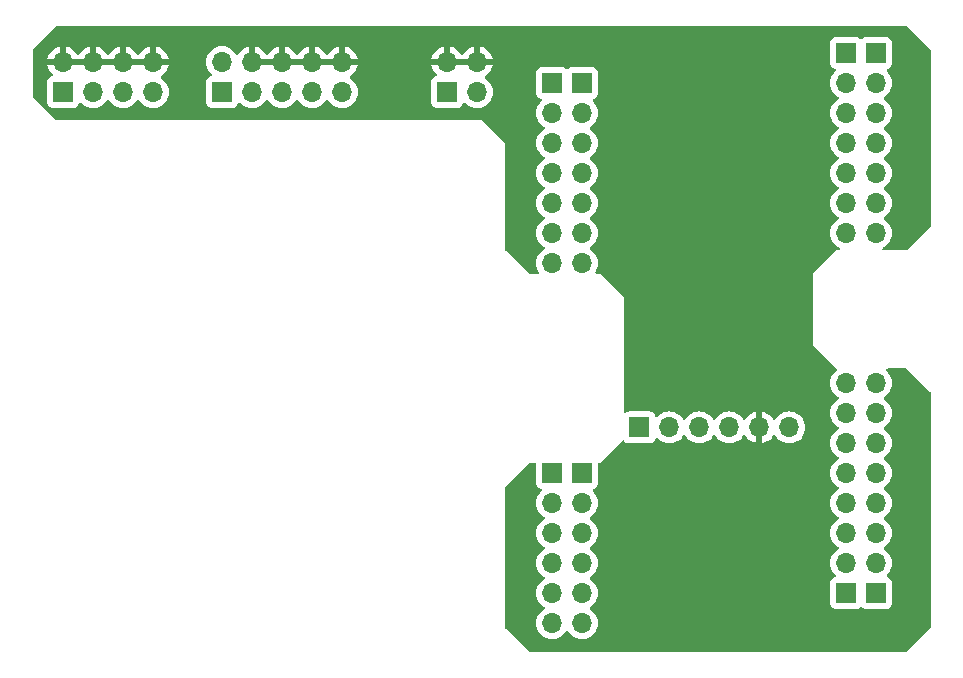
<source format=gbr>
%TF.GenerationSoftware,KiCad,Pcbnew,7.0.10*%
%TF.CreationDate,2024-04-05T15:08:29+02:00*%
%TF.ProjectId,serial-boomerang-shield,73657269-616c-42d6-926f-6f6d6572616e,v0.1*%
%TF.SameCoordinates,Original*%
%TF.FileFunction,Copper,L2,Bot*%
%TF.FilePolarity,Positive*%
%FSLAX46Y46*%
G04 Gerber Fmt 4.6, Leading zero omitted, Abs format (unit mm)*
G04 Created by KiCad (PCBNEW 7.0.10) date 2024-04-05 15:08:29*
%MOMM*%
%LPD*%
G01*
G04 APERTURE LIST*
%TA.AperFunction,ComponentPad*%
%ADD10R,1.700000X1.700000*%
%TD*%
%TA.AperFunction,ComponentPad*%
%ADD11O,1.700000X1.700000*%
%TD*%
G04 APERTURE END LIST*
D10*
%TO.P,J9,1,Pin_1*%
%TO.N,Net-(J8-Pin_1)*%
X85852000Y-3302000D03*
D11*
%TO.P,J9,2,Pin_2*%
%TO.N,Net-(J8-Pin_2)*%
X85852000Y-5842000D03*
%TO.P,J9,3,Pin_3*%
%TO.N,Net-(J8-Pin_3)*%
X85852000Y-8382000D03*
%TO.P,J9,4,Pin_4*%
%TO.N,Net-(J8-Pin_4)*%
X85852000Y-10922000D03*
%TO.P,J9,5,Pin_5*%
%TO.N,Net-(J8-Pin_5)*%
X85852000Y-13462000D03*
%TO.P,J9,6,Pin_6*%
%TO.N,Net-(J8-Pin_6)*%
X85852000Y-16002000D03*
%TO.P,J9,7,Pin_7*%
%TO.N,Net-(J8-Pin_7)*%
X85852000Y-18542000D03*
%TD*%
D10*
%TO.P,J11,1,Pin_1*%
%TO.N,Net-(J10-Pin_1)*%
X85852000Y-49022000D03*
D11*
%TO.P,J11,2,Pin_2*%
%TO.N,Net-(J10-Pin_2)*%
X85852000Y-46482000D03*
%TO.P,J11,3,Pin_3*%
%TO.N,Net-(J10-Pin_3)*%
X85852000Y-43942000D03*
%TO.P,J11,4,Pin_4*%
%TO.N,Net-(J10-Pin_4)*%
X85852000Y-41402000D03*
%TO.P,J11,5,Pin_5*%
%TO.N,Net-(J10-Pin_5)*%
X85852000Y-38862000D03*
%TO.P,J11,6,Pin_6*%
%TO.N,Net-(J10-Pin_6)*%
X85852000Y-36322000D03*
%TO.P,J11,7,Pin_7*%
%TO.N,Net-(J10-Pin_7)*%
X85852000Y-33782000D03*
%TO.P,J11,8,Pin_8*%
%TO.N,Net-(J10-Pin_8)*%
X85852000Y-31242000D03*
%TD*%
D10*
%TO.P,J7,1,Pin_1*%
%TO.N,Net-(J6-Pin_1)*%
X63500000Y-38862000D03*
D11*
%TO.P,J7,2,Pin_2*%
%TO.N,Net-(J6-Pin_2)*%
X63500000Y-41402000D03*
%TO.P,J7,3,Pin_3*%
%TO.N,Net-(J6-Pin_3)*%
X63500000Y-43942000D03*
%TO.P,J7,4,Pin_4*%
%TO.N,Net-(J6-Pin_4)*%
X63500000Y-46482000D03*
%TO.P,J7,5,Pin_5*%
%TO.N,Net-(J6-Pin_5)*%
X63500000Y-49022000D03*
%TO.P,J7,6,Pin_6*%
%TO.N,Net-(J6-Pin_6)*%
X63500000Y-51562000D03*
%TD*%
D10*
%TO.P,J5,1,Pin_1*%
%TO.N,Net-(J4-Pin_1)*%
X63500000Y-5842000D03*
D11*
%TO.P,J5,2,Pin_2*%
%TO.N,Net-(J4-Pin_2)*%
X63500000Y-8382000D03*
%TO.P,J5,3,Pin_3*%
%TO.N,Net-(J4-Pin_3)*%
X63500000Y-10922000D03*
%TO.P,J5,4,Pin_4*%
%TO.N,Net-(J4-Pin_4)*%
X63500000Y-13462000D03*
%TO.P,J5,5,Pin_5*%
%TO.N,Net-(J4-Pin_5)*%
X63500000Y-16002000D03*
%TO.P,J5,6,Pin_6*%
%TO.N,Net-(J4-Pin_6)*%
X63500000Y-18542000D03*
%TO.P,J5,7,Pin_7*%
%TO.N,Net-(J4-Pin_7)*%
X63500000Y-21082000D03*
%TD*%
D10*
%TO.P,J2,1,Pin_1*%
%TO.N,unconnected-(J2-Pin_1-Pad1)*%
X33020000Y-6604000D03*
D11*
%TO.P,J2,2,Pin_2*%
%TO.N,unconnected-(J2-Pin_2-Pad2)*%
X33020000Y-4064000D03*
%TO.P,J2,3,Pin_3*%
%TO.N,unconnected-(J2-Pin_3-Pad3)*%
X35560000Y-6604000D03*
%TO.P,J2,4,Pin_4*%
%TO.N,GND*%
X35560000Y-4064000D03*
%TO.P,J2,5,Pin_5*%
%TO.N,unconnected-(J2-Pin_5-Pad5)*%
X38100000Y-6604000D03*
%TO.P,J2,6,Pin_6*%
%TO.N,GND*%
X38100000Y-4064000D03*
%TO.P,J2,7,Pin_7*%
%TO.N,unconnected-(J2-Pin_7-Pad7)*%
X40640000Y-6604000D03*
%TO.P,J2,8,Pin_8*%
%TO.N,GND*%
X40640000Y-4064000D03*
%TO.P,J2,9,Pin_9*%
%TO.N,unconnected-(J2-Pin_9-Pad9)*%
X43180000Y-6604000D03*
%TO.P,J2,10,Pin_10*%
%TO.N,GND*%
X43180000Y-4064000D03*
%TD*%
D10*
%TO.P,J1,1,Pin_1*%
%TO.N,+5V*%
X19558000Y-6604000D03*
D11*
%TO.P,J1,2,Pin_2*%
%TO.N,GND*%
X19558000Y-4064000D03*
%TO.P,J1,3,Pin_3*%
%TO.N,+5V*%
X22098000Y-6604000D03*
%TO.P,J1,4,Pin_4*%
%TO.N,GND*%
X22098000Y-4064000D03*
%TO.P,J1,5,Pin_5*%
%TO.N,+5V*%
X24638000Y-6604000D03*
%TO.P,J1,6,Pin_6*%
%TO.N,GND*%
X24638000Y-4064000D03*
%TO.P,J1,7,Pin_7*%
%TO.N,+5V*%
X27178000Y-6604000D03*
%TO.P,J1,8,Pin_8*%
%TO.N,GND*%
X27178000Y-4064000D03*
%TD*%
D10*
%TO.P,J8,1,Pin_1*%
%TO.N,Net-(J8-Pin_1)*%
X88392000Y-3302000D03*
D11*
%TO.P,J8,2,Pin_2*%
%TO.N,Net-(J8-Pin_2)*%
X88392000Y-5842000D03*
%TO.P,J8,3,Pin_3*%
%TO.N,Net-(J8-Pin_3)*%
X88392000Y-8382000D03*
%TO.P,J8,4,Pin_4*%
%TO.N,Net-(J8-Pin_4)*%
X88392000Y-10922000D03*
%TO.P,J8,5,Pin_5*%
%TO.N,Net-(J8-Pin_5)*%
X88392000Y-13462000D03*
%TO.P,J8,6,Pin_6*%
%TO.N,Net-(J8-Pin_6)*%
X88392000Y-16002000D03*
%TO.P,J8,7,Pin_7*%
%TO.N,Net-(J8-Pin_7)*%
X88392000Y-18542000D03*
%TD*%
D10*
%TO.P,J4,1,Pin_1*%
%TO.N,Net-(J4-Pin_1)*%
X60960000Y-5842000D03*
D11*
%TO.P,J4,2,Pin_2*%
%TO.N,Net-(J4-Pin_2)*%
X60960000Y-8382000D03*
%TO.P,J4,3,Pin_3*%
%TO.N,Net-(J4-Pin_3)*%
X60960000Y-10922000D03*
%TO.P,J4,4,Pin_4*%
%TO.N,Net-(J4-Pin_4)*%
X60960000Y-13462000D03*
%TO.P,J4,5,Pin_5*%
%TO.N,Net-(J4-Pin_5)*%
X60960000Y-16002000D03*
%TO.P,J4,6,Pin_6*%
%TO.N,Net-(J4-Pin_6)*%
X60960000Y-18542000D03*
%TO.P,J4,7,Pin_7*%
%TO.N,Net-(J4-Pin_7)*%
X60960000Y-21082000D03*
%TD*%
D10*
%TO.P,J6,1,Pin_1*%
%TO.N,Net-(J6-Pin_1)*%
X60960000Y-38862000D03*
D11*
%TO.P,J6,2,Pin_2*%
%TO.N,Net-(J6-Pin_2)*%
X60960000Y-41402000D03*
%TO.P,J6,3,Pin_3*%
%TO.N,Net-(J6-Pin_3)*%
X60960000Y-43942000D03*
%TO.P,J6,4,Pin_4*%
%TO.N,Net-(J6-Pin_4)*%
X60960000Y-46482000D03*
%TO.P,J6,5,Pin_5*%
%TO.N,Net-(J6-Pin_5)*%
X60960000Y-49022000D03*
%TO.P,J6,6,Pin_6*%
%TO.N,Net-(J6-Pin_6)*%
X60960000Y-51562000D03*
%TD*%
D10*
%TO.P,J10,1,Pin_1*%
%TO.N,Net-(J10-Pin_1)*%
X88392000Y-49022000D03*
D11*
%TO.P,J10,2,Pin_2*%
%TO.N,Net-(J10-Pin_2)*%
X88392000Y-46482000D03*
%TO.P,J10,3,Pin_3*%
%TO.N,Net-(J10-Pin_3)*%
X88392000Y-43942000D03*
%TO.P,J10,4,Pin_4*%
%TO.N,Net-(J10-Pin_4)*%
X88392000Y-41402000D03*
%TO.P,J10,5,Pin_5*%
%TO.N,Net-(J10-Pin_5)*%
X88392000Y-38862000D03*
%TO.P,J10,6,Pin_6*%
%TO.N,Net-(J10-Pin_6)*%
X88392000Y-36322000D03*
%TO.P,J10,7,Pin_7*%
%TO.N,Net-(J10-Pin_7)*%
X88392000Y-33782000D03*
%TO.P,J10,8,Pin_8*%
%TO.N,Net-(J10-Pin_8)*%
X88392000Y-31242000D03*
%TD*%
%TO.P,U1,6,+5V*%
%TO.N,unconnected-(U1-+5V-Pad6)*%
X81032000Y-35000000D03*
%TO.P,U1,5,GND*%
%TO.N,GND*%
X78492000Y-35000000D03*
%TO.P,U1,4,TXD*%
%TO.N,Net-(J6-Pin_2)*%
X75952000Y-35000000D03*
%TO.P,U1,3,RXI*%
%TO.N,Net-(J6-Pin_3)*%
X73412000Y-35000000D03*
%TO.P,U1,2,DTR*%
%TO.N,unconnected-(U1-DTR-Pad2)*%
X70872000Y-35000000D03*
D10*
%TO.P,U1,1,3V3*%
%TO.N,unconnected-(U1-3V3-Pad1)*%
X68332000Y-35000000D03*
%TD*%
%TO.P,J3,1,Pin_1*%
%TO.N,+5V*%
X52070000Y-6604000D03*
D11*
%TO.P,J3,2,Pin_2*%
X54610000Y-6604000D03*
%TO.P,J3,3,Pin_3*%
%TO.N,GND*%
X52070000Y-4064000D03*
%TO.P,J3,4,Pin_4*%
X54610000Y-4064000D03*
%TD*%
%TA.AperFunction,Conductor*%
%TO.N,GND*%
G36*
X21638507Y-3854156D02*
G01*
X21598000Y-3992111D01*
X21598000Y-4135889D01*
X21638507Y-4273844D01*
X21664314Y-4314000D01*
X19991686Y-4314000D01*
X20017493Y-4273844D01*
X20058000Y-4135889D01*
X20058000Y-3992111D01*
X20017493Y-3854156D01*
X19991686Y-3814000D01*
X21664314Y-3814000D01*
X21638507Y-3854156D01*
G37*
%TD.AperFunction*%
%TA.AperFunction,Conductor*%
G36*
X24178507Y-3854156D02*
G01*
X24138000Y-3992111D01*
X24138000Y-4135889D01*
X24178507Y-4273844D01*
X24204314Y-4314000D01*
X22531686Y-4314000D01*
X22557493Y-4273844D01*
X22598000Y-4135889D01*
X22598000Y-3992111D01*
X22557493Y-3854156D01*
X22531686Y-3814000D01*
X24204314Y-3814000D01*
X24178507Y-3854156D01*
G37*
%TD.AperFunction*%
%TA.AperFunction,Conductor*%
G36*
X26718507Y-3854156D02*
G01*
X26678000Y-3992111D01*
X26678000Y-4135889D01*
X26718507Y-4273844D01*
X26744314Y-4314000D01*
X25071686Y-4314000D01*
X25097493Y-4273844D01*
X25138000Y-4135889D01*
X25138000Y-3992111D01*
X25097493Y-3854156D01*
X25071686Y-3814000D01*
X26744314Y-3814000D01*
X26718507Y-3854156D01*
G37*
%TD.AperFunction*%
%TA.AperFunction,Conductor*%
G36*
X37640507Y-3854156D02*
G01*
X37600000Y-3992111D01*
X37600000Y-4135889D01*
X37640507Y-4273844D01*
X37666314Y-4314000D01*
X35993686Y-4314000D01*
X36019493Y-4273844D01*
X36060000Y-4135889D01*
X36060000Y-3992111D01*
X36019493Y-3854156D01*
X35993686Y-3814000D01*
X37666314Y-3814000D01*
X37640507Y-3854156D01*
G37*
%TD.AperFunction*%
%TA.AperFunction,Conductor*%
G36*
X40180507Y-3854156D02*
G01*
X40140000Y-3992111D01*
X40140000Y-4135889D01*
X40180507Y-4273844D01*
X40206314Y-4314000D01*
X38533686Y-4314000D01*
X38559493Y-4273844D01*
X38600000Y-4135889D01*
X38600000Y-3992111D01*
X38559493Y-3854156D01*
X38533686Y-3814000D01*
X40206314Y-3814000D01*
X40180507Y-3854156D01*
G37*
%TD.AperFunction*%
%TA.AperFunction,Conductor*%
G36*
X42720507Y-3854156D02*
G01*
X42680000Y-3992111D01*
X42680000Y-4135889D01*
X42720507Y-4273844D01*
X42746314Y-4314000D01*
X41073686Y-4314000D01*
X41099493Y-4273844D01*
X41140000Y-4135889D01*
X41140000Y-3992111D01*
X41099493Y-3854156D01*
X41073686Y-3814000D01*
X42746314Y-3814000D01*
X42720507Y-3854156D01*
G37*
%TD.AperFunction*%
%TA.AperFunction,Conductor*%
G36*
X54150507Y-3854156D02*
G01*
X54110000Y-3992111D01*
X54110000Y-4135889D01*
X54150507Y-4273844D01*
X54176314Y-4314000D01*
X52503686Y-4314000D01*
X52529493Y-4273844D01*
X52570000Y-4135889D01*
X52570000Y-3992111D01*
X52529493Y-3854156D01*
X52503686Y-3814000D01*
X54176314Y-3814000D01*
X54150507Y-3854156D01*
G37*
%TD.AperFunction*%
%TA.AperFunction,Conductor*%
G36*
X91015677Y-1019685D02*
G01*
X91036319Y-1036319D01*
X92963681Y-2963681D01*
X92997166Y-3025004D01*
X93000000Y-3051362D01*
X93000000Y-17948638D01*
X92980315Y-18015677D01*
X92963681Y-18036319D01*
X91036319Y-19963681D01*
X90974996Y-19997166D01*
X90948638Y-20000000D01*
X89020193Y-20000000D01*
X88953154Y-19980315D01*
X88907399Y-19927511D01*
X88897455Y-19858353D01*
X88926480Y-19794797D01*
X88967788Y-19763618D01*
X88968978Y-19763063D01*
X89069830Y-19716035D01*
X89263401Y-19580495D01*
X89430495Y-19413401D01*
X89566035Y-19219830D01*
X89665903Y-19005663D01*
X89727063Y-18777408D01*
X89747659Y-18542000D01*
X89727063Y-18306592D01*
X89665903Y-18078337D01*
X89566035Y-17864171D01*
X89560425Y-17856158D01*
X89430494Y-17670597D01*
X89263402Y-17503506D01*
X89263396Y-17503501D01*
X89077842Y-17373575D01*
X89034217Y-17318998D01*
X89027023Y-17249500D01*
X89058546Y-17187145D01*
X89077842Y-17170425D01*
X89100026Y-17154891D01*
X89263401Y-17040495D01*
X89430495Y-16873401D01*
X89566035Y-16679830D01*
X89665903Y-16465663D01*
X89727063Y-16237408D01*
X89747659Y-16002000D01*
X89727063Y-15766592D01*
X89665903Y-15538337D01*
X89566035Y-15324171D01*
X89560425Y-15316158D01*
X89430494Y-15130597D01*
X89263402Y-14963506D01*
X89263396Y-14963501D01*
X89077842Y-14833575D01*
X89034217Y-14778998D01*
X89027023Y-14709500D01*
X89058546Y-14647145D01*
X89077842Y-14630425D01*
X89100026Y-14614891D01*
X89263401Y-14500495D01*
X89430495Y-14333401D01*
X89566035Y-14139830D01*
X89665903Y-13925663D01*
X89727063Y-13697408D01*
X89747659Y-13462000D01*
X89727063Y-13226592D01*
X89665903Y-12998337D01*
X89566035Y-12784171D01*
X89560425Y-12776158D01*
X89430494Y-12590597D01*
X89263402Y-12423506D01*
X89263396Y-12423501D01*
X89077842Y-12293575D01*
X89034217Y-12238998D01*
X89027023Y-12169500D01*
X89058546Y-12107145D01*
X89077842Y-12090425D01*
X89102580Y-12073103D01*
X89263401Y-11960495D01*
X89430495Y-11793401D01*
X89566035Y-11599830D01*
X89665903Y-11385663D01*
X89727063Y-11157408D01*
X89747659Y-10922000D01*
X89727063Y-10686592D01*
X89665903Y-10458337D01*
X89566035Y-10244171D01*
X89560425Y-10236158D01*
X89430494Y-10050597D01*
X89263402Y-9883506D01*
X89263396Y-9883501D01*
X89077842Y-9753575D01*
X89034217Y-9698998D01*
X89027023Y-9629500D01*
X89058546Y-9567145D01*
X89077842Y-9550425D01*
X89100026Y-9534891D01*
X89263401Y-9420495D01*
X89430495Y-9253401D01*
X89566035Y-9059830D01*
X89665903Y-8845663D01*
X89727063Y-8617408D01*
X89747659Y-8382000D01*
X89727063Y-8146592D01*
X89675593Y-7954500D01*
X89665905Y-7918344D01*
X89665904Y-7918343D01*
X89665903Y-7918337D01*
X89566035Y-7704171D01*
X89560549Y-7696335D01*
X89430494Y-7510597D01*
X89263402Y-7343506D01*
X89263396Y-7343501D01*
X89077842Y-7213575D01*
X89034217Y-7158998D01*
X89027023Y-7089500D01*
X89058546Y-7027145D01*
X89077842Y-7010425D01*
X89166083Y-6948638D01*
X89263401Y-6880495D01*
X89430495Y-6713401D01*
X89566035Y-6519830D01*
X89665903Y-6305663D01*
X89727063Y-6077408D01*
X89747659Y-5842000D01*
X89727063Y-5606592D01*
X89665903Y-5378337D01*
X89566035Y-5164171D01*
X89560424Y-5156158D01*
X89430496Y-4970600D01*
X89394974Y-4935078D01*
X89308567Y-4848671D01*
X89275084Y-4787351D01*
X89280068Y-4717659D01*
X89321939Y-4661725D01*
X89352915Y-4644810D01*
X89484331Y-4595796D01*
X89599546Y-4509546D01*
X89685796Y-4394331D01*
X89736091Y-4259483D01*
X89742500Y-4199873D01*
X89742499Y-2404128D01*
X89736091Y-2344517D01*
X89685796Y-2209669D01*
X89685795Y-2209668D01*
X89685793Y-2209664D01*
X89599547Y-2094455D01*
X89599544Y-2094452D01*
X89484335Y-2008206D01*
X89484328Y-2008202D01*
X89349482Y-1957908D01*
X89349483Y-1957908D01*
X89289883Y-1951501D01*
X89289881Y-1951500D01*
X89289873Y-1951500D01*
X89289864Y-1951500D01*
X87494129Y-1951500D01*
X87494123Y-1951501D01*
X87434516Y-1957908D01*
X87299671Y-2008202D01*
X87299669Y-2008203D01*
X87196311Y-2085578D01*
X87130847Y-2109995D01*
X87062574Y-2095144D01*
X87047689Y-2085578D01*
X86944330Y-2008203D01*
X86944328Y-2008202D01*
X86809482Y-1957908D01*
X86809483Y-1957908D01*
X86749883Y-1951501D01*
X86749881Y-1951500D01*
X86749873Y-1951500D01*
X86749864Y-1951500D01*
X84954129Y-1951500D01*
X84954123Y-1951501D01*
X84894516Y-1957908D01*
X84759671Y-2008202D01*
X84759664Y-2008206D01*
X84644455Y-2094452D01*
X84644452Y-2094455D01*
X84558206Y-2209664D01*
X84558202Y-2209671D01*
X84507908Y-2344517D01*
X84504484Y-2376369D01*
X84501501Y-2404123D01*
X84501500Y-2404135D01*
X84501500Y-4199870D01*
X84501501Y-4199876D01*
X84507908Y-4259483D01*
X84558202Y-4394328D01*
X84558206Y-4394335D01*
X84644452Y-4509544D01*
X84644455Y-4509547D01*
X84759664Y-4595793D01*
X84759671Y-4595797D01*
X84891081Y-4644810D01*
X84947015Y-4686681D01*
X84971432Y-4752145D01*
X84956580Y-4820418D01*
X84935430Y-4848673D01*
X84813503Y-4970600D01*
X84677965Y-5164169D01*
X84677964Y-5164171D01*
X84578098Y-5378335D01*
X84578094Y-5378344D01*
X84516938Y-5606586D01*
X84516936Y-5606596D01*
X84496341Y-5841999D01*
X84496341Y-5842000D01*
X84516936Y-6077403D01*
X84516938Y-6077413D01*
X84578094Y-6305655D01*
X84578096Y-6305659D01*
X84578097Y-6305663D01*
X84658004Y-6477023D01*
X84677965Y-6519830D01*
X84677967Y-6519834D01*
X84786281Y-6674521D01*
X84813501Y-6713396D01*
X84813506Y-6713402D01*
X84980597Y-6880493D01*
X84980603Y-6880498D01*
X85166158Y-7010425D01*
X85209783Y-7065002D01*
X85216977Y-7134500D01*
X85185454Y-7196855D01*
X85166158Y-7213575D01*
X84980597Y-7343505D01*
X84813505Y-7510597D01*
X84677965Y-7704169D01*
X84677964Y-7704171D01*
X84578098Y-7918335D01*
X84578094Y-7918344D01*
X84516938Y-8146586D01*
X84516936Y-8146596D01*
X84496341Y-8381999D01*
X84496341Y-8382000D01*
X84516936Y-8617403D01*
X84516938Y-8617413D01*
X84578094Y-8845655D01*
X84578096Y-8845659D01*
X84578097Y-8845663D01*
X84650066Y-9000000D01*
X84677965Y-9059830D01*
X84677967Y-9059834D01*
X84786281Y-9214521D01*
X84813501Y-9253396D01*
X84813506Y-9253402D01*
X84980597Y-9420493D01*
X84980603Y-9420498D01*
X85166158Y-9550425D01*
X85209783Y-9605002D01*
X85216977Y-9674500D01*
X85185454Y-9736855D01*
X85166158Y-9753575D01*
X84980597Y-9883505D01*
X84813505Y-10050597D01*
X84677965Y-10244169D01*
X84677964Y-10244171D01*
X84578098Y-10458335D01*
X84578094Y-10458344D01*
X84516938Y-10686586D01*
X84516936Y-10686596D01*
X84496341Y-10921999D01*
X84496341Y-10922000D01*
X84516936Y-11157403D01*
X84516938Y-11157413D01*
X84578094Y-11385655D01*
X84578096Y-11385659D01*
X84578097Y-11385663D01*
X84658004Y-11557023D01*
X84677965Y-11599830D01*
X84677967Y-11599834D01*
X84703243Y-11635931D01*
X84813501Y-11793396D01*
X84813506Y-11793402D01*
X84980597Y-11960493D01*
X84980603Y-11960498D01*
X85166158Y-12090425D01*
X85209783Y-12145002D01*
X85216977Y-12214500D01*
X85185454Y-12276855D01*
X85166158Y-12293575D01*
X84980597Y-12423505D01*
X84813505Y-12590597D01*
X84677965Y-12784169D01*
X84677964Y-12784171D01*
X84578098Y-12998335D01*
X84578094Y-12998344D01*
X84516938Y-13226586D01*
X84516936Y-13226596D01*
X84496341Y-13461999D01*
X84496341Y-13462000D01*
X84516936Y-13697403D01*
X84516938Y-13697413D01*
X84578094Y-13925655D01*
X84578096Y-13925659D01*
X84578097Y-13925663D01*
X84582000Y-13934032D01*
X84677965Y-14139830D01*
X84677967Y-14139834D01*
X84786281Y-14294521D01*
X84813501Y-14333396D01*
X84813506Y-14333402D01*
X84980597Y-14500493D01*
X84980603Y-14500498D01*
X85166158Y-14630425D01*
X85209783Y-14685002D01*
X85216977Y-14754500D01*
X85185454Y-14816855D01*
X85166158Y-14833575D01*
X84980597Y-14963505D01*
X84813505Y-15130597D01*
X84677965Y-15324169D01*
X84677964Y-15324171D01*
X84578098Y-15538335D01*
X84578094Y-15538344D01*
X84516938Y-15766586D01*
X84516936Y-15766596D01*
X84496341Y-16001999D01*
X84496341Y-16002000D01*
X84516936Y-16237403D01*
X84516938Y-16237413D01*
X84578094Y-16465655D01*
X84578096Y-16465659D01*
X84578097Y-16465663D01*
X84582000Y-16474032D01*
X84677965Y-16679830D01*
X84677967Y-16679834D01*
X84786281Y-16834521D01*
X84813501Y-16873396D01*
X84813506Y-16873402D01*
X84980597Y-17040493D01*
X84980603Y-17040498D01*
X85166158Y-17170425D01*
X85209783Y-17225002D01*
X85216977Y-17294500D01*
X85185454Y-17356855D01*
X85166158Y-17373575D01*
X84980597Y-17503505D01*
X84813505Y-17670597D01*
X84677965Y-17864169D01*
X84677964Y-17864171D01*
X84578098Y-18078335D01*
X84578094Y-18078344D01*
X84516938Y-18306586D01*
X84516936Y-18306596D01*
X84496341Y-18541999D01*
X84496341Y-18542000D01*
X84516936Y-18777403D01*
X84516938Y-18777413D01*
X84578094Y-19005655D01*
X84578096Y-19005659D01*
X84578097Y-19005663D01*
X84658004Y-19177023D01*
X84677965Y-19219830D01*
X84677967Y-19219834D01*
X84778962Y-19364069D01*
X84813505Y-19413401D01*
X84980599Y-19580495D01*
X85060487Y-19636433D01*
X85174165Y-19716032D01*
X85174167Y-19716033D01*
X85174170Y-19716035D01*
X85275022Y-19763063D01*
X85276212Y-19763618D01*
X85328651Y-19809790D01*
X85347803Y-19876984D01*
X85327587Y-19943865D01*
X85274422Y-19989200D01*
X85223807Y-20000000D01*
X84999999Y-20000000D01*
X83000000Y-21999999D01*
X83000000Y-28000000D01*
X85007209Y-30007209D01*
X85040694Y-30068532D01*
X85035710Y-30138224D01*
X84993838Y-30194157D01*
X84990657Y-30196461D01*
X84980597Y-30203505D01*
X84813505Y-30370597D01*
X84677965Y-30564169D01*
X84677964Y-30564171D01*
X84578098Y-30778335D01*
X84578094Y-30778344D01*
X84516938Y-31006586D01*
X84516936Y-31006596D01*
X84496341Y-31241999D01*
X84496341Y-31242000D01*
X84516936Y-31477403D01*
X84516938Y-31477413D01*
X84578094Y-31705655D01*
X84578096Y-31705659D01*
X84578097Y-31705663D01*
X84658004Y-31877023D01*
X84677965Y-31919830D01*
X84677967Y-31919834D01*
X84770065Y-32051362D01*
X84813501Y-32113396D01*
X84813506Y-32113402D01*
X84980597Y-32280493D01*
X84980603Y-32280498D01*
X85166158Y-32410425D01*
X85209783Y-32465002D01*
X85216977Y-32534500D01*
X85185454Y-32596855D01*
X85166158Y-32613575D01*
X84980597Y-32743505D01*
X84813505Y-32910597D01*
X84677965Y-33104169D01*
X84677964Y-33104171D01*
X84578098Y-33318335D01*
X84578094Y-33318344D01*
X84516938Y-33546586D01*
X84516936Y-33546596D01*
X84496341Y-33781999D01*
X84496341Y-33782000D01*
X84516936Y-34017403D01*
X84516938Y-34017413D01*
X84578094Y-34245655D01*
X84578096Y-34245659D01*
X84578097Y-34245663D01*
X84619035Y-34333454D01*
X84677965Y-34459830D01*
X84677967Y-34459834D01*
X84786281Y-34614521D01*
X84813501Y-34653396D01*
X84813506Y-34653402D01*
X84980597Y-34820493D01*
X84980603Y-34820498D01*
X85166158Y-34950425D01*
X85209783Y-35005002D01*
X85216977Y-35074500D01*
X85185454Y-35136855D01*
X85166158Y-35153575D01*
X84980597Y-35283505D01*
X84813505Y-35450597D01*
X84677965Y-35644169D01*
X84677964Y-35644171D01*
X84578098Y-35858335D01*
X84578094Y-35858344D01*
X84516938Y-36086586D01*
X84516936Y-36086596D01*
X84496341Y-36321999D01*
X84496341Y-36322000D01*
X84516936Y-36557403D01*
X84516938Y-36557413D01*
X84578094Y-36785655D01*
X84578096Y-36785659D01*
X84578097Y-36785663D01*
X84658004Y-36957023D01*
X84677965Y-36999830D01*
X84677967Y-36999834D01*
X84781229Y-37147306D01*
X84813501Y-37193396D01*
X84813506Y-37193402D01*
X84980597Y-37360493D01*
X84980603Y-37360498D01*
X85166158Y-37490425D01*
X85209783Y-37545002D01*
X85216977Y-37614500D01*
X85185454Y-37676855D01*
X85166158Y-37693575D01*
X84980597Y-37823505D01*
X84813505Y-37990597D01*
X84677965Y-38184169D01*
X84677964Y-38184171D01*
X84578098Y-38398335D01*
X84578094Y-38398344D01*
X84516938Y-38626586D01*
X84516936Y-38626596D01*
X84496341Y-38861999D01*
X84496341Y-38862000D01*
X84516936Y-39097403D01*
X84516938Y-39097413D01*
X84578094Y-39325655D01*
X84578096Y-39325659D01*
X84578097Y-39325663D01*
X84582000Y-39334032D01*
X84677965Y-39539830D01*
X84677967Y-39539834D01*
X84780641Y-39686467D01*
X84813501Y-39733396D01*
X84813506Y-39733402D01*
X84980597Y-39900493D01*
X84980603Y-39900498D01*
X85166158Y-40030425D01*
X85209783Y-40085002D01*
X85216977Y-40154500D01*
X85185454Y-40216855D01*
X85166158Y-40233575D01*
X84980597Y-40363505D01*
X84813505Y-40530597D01*
X84677965Y-40724169D01*
X84677964Y-40724171D01*
X84578098Y-40938335D01*
X84578094Y-40938344D01*
X84516938Y-41166586D01*
X84516936Y-41166596D01*
X84496341Y-41401999D01*
X84496341Y-41402000D01*
X84516936Y-41637403D01*
X84516938Y-41637413D01*
X84578094Y-41865655D01*
X84578096Y-41865659D01*
X84578097Y-41865663D01*
X84582000Y-41874032D01*
X84677965Y-42079830D01*
X84677967Y-42079834D01*
X84786281Y-42234521D01*
X84813501Y-42273396D01*
X84813506Y-42273402D01*
X84980597Y-42440493D01*
X84980603Y-42440498D01*
X85166158Y-42570425D01*
X85209783Y-42625002D01*
X85216977Y-42694500D01*
X85185454Y-42756855D01*
X85166158Y-42773575D01*
X84980597Y-42903505D01*
X84813505Y-43070597D01*
X84677965Y-43264169D01*
X84677964Y-43264171D01*
X84578098Y-43478335D01*
X84578094Y-43478344D01*
X84516938Y-43706586D01*
X84516936Y-43706596D01*
X84496341Y-43941999D01*
X84496341Y-43942000D01*
X84516936Y-44177403D01*
X84516938Y-44177413D01*
X84578094Y-44405655D01*
X84578096Y-44405659D01*
X84578097Y-44405663D01*
X84582000Y-44414032D01*
X84677965Y-44619830D01*
X84677967Y-44619834D01*
X84786281Y-44774521D01*
X84813501Y-44813396D01*
X84813506Y-44813402D01*
X84980597Y-44980493D01*
X84980603Y-44980498D01*
X85166158Y-45110425D01*
X85209783Y-45165002D01*
X85216977Y-45234500D01*
X85185454Y-45296855D01*
X85166158Y-45313575D01*
X84980597Y-45443505D01*
X84813505Y-45610597D01*
X84677965Y-45804169D01*
X84677964Y-45804171D01*
X84578098Y-46018335D01*
X84578094Y-46018344D01*
X84516938Y-46246586D01*
X84516936Y-46246596D01*
X84496341Y-46481999D01*
X84496341Y-46482000D01*
X84516936Y-46717403D01*
X84516938Y-46717413D01*
X84578094Y-46945655D01*
X84578096Y-46945659D01*
X84578097Y-46945663D01*
X84582000Y-46954032D01*
X84677965Y-47159830D01*
X84677967Y-47159834D01*
X84786281Y-47314521D01*
X84813501Y-47353396D01*
X84813506Y-47353402D01*
X84935430Y-47475326D01*
X84968915Y-47536649D01*
X84963931Y-47606341D01*
X84922059Y-47662274D01*
X84891083Y-47679189D01*
X84759669Y-47728203D01*
X84759664Y-47728206D01*
X84644455Y-47814452D01*
X84644452Y-47814455D01*
X84558206Y-47929664D01*
X84558202Y-47929671D01*
X84507908Y-48064517D01*
X84501501Y-48124116D01*
X84501501Y-48124123D01*
X84501500Y-48124135D01*
X84501500Y-49919870D01*
X84501501Y-49919876D01*
X84507908Y-49979483D01*
X84558202Y-50114328D01*
X84558206Y-50114335D01*
X84644452Y-50229544D01*
X84644455Y-50229547D01*
X84759664Y-50315793D01*
X84759671Y-50315797D01*
X84894517Y-50366091D01*
X84894516Y-50366091D01*
X84901444Y-50366835D01*
X84954127Y-50372500D01*
X86749872Y-50372499D01*
X86809483Y-50366091D01*
X86944331Y-50315796D01*
X87047690Y-50238421D01*
X87113152Y-50214004D01*
X87181425Y-50228855D01*
X87196303Y-50238416D01*
X87237826Y-50269500D01*
X87299668Y-50315795D01*
X87299671Y-50315797D01*
X87434517Y-50366091D01*
X87434516Y-50366091D01*
X87441444Y-50366835D01*
X87494127Y-50372500D01*
X89289872Y-50372499D01*
X89349483Y-50366091D01*
X89484331Y-50315796D01*
X89599546Y-50229546D01*
X89685796Y-50114331D01*
X89736091Y-49979483D01*
X89742500Y-49919873D01*
X89742499Y-48124128D01*
X89736091Y-48064517D01*
X89685796Y-47929669D01*
X89685795Y-47929668D01*
X89685793Y-47929664D01*
X89599547Y-47814455D01*
X89599544Y-47814452D01*
X89484335Y-47728206D01*
X89484328Y-47728202D01*
X89352917Y-47679189D01*
X89296983Y-47637318D01*
X89272566Y-47571853D01*
X89287418Y-47503580D01*
X89308563Y-47475332D01*
X89430495Y-47353401D01*
X89566035Y-47159830D01*
X89665903Y-46945663D01*
X89727063Y-46717408D01*
X89747659Y-46482000D01*
X89727063Y-46246592D01*
X89665903Y-46018337D01*
X89566035Y-45804171D01*
X89560425Y-45796158D01*
X89430494Y-45610597D01*
X89263402Y-45443506D01*
X89263396Y-45443501D01*
X89077842Y-45313575D01*
X89034217Y-45258998D01*
X89027023Y-45189500D01*
X89058546Y-45127145D01*
X89077842Y-45110425D01*
X89100026Y-45094891D01*
X89263401Y-44980495D01*
X89430495Y-44813401D01*
X89566035Y-44619830D01*
X89665903Y-44405663D01*
X89727063Y-44177408D01*
X89747659Y-43942000D01*
X89727063Y-43706592D01*
X89665903Y-43478337D01*
X89566035Y-43264171D01*
X89560425Y-43256158D01*
X89430494Y-43070597D01*
X89263402Y-42903506D01*
X89263396Y-42903501D01*
X89077842Y-42773575D01*
X89034217Y-42718998D01*
X89027023Y-42649500D01*
X89058546Y-42587145D01*
X89077842Y-42570425D01*
X89100026Y-42554891D01*
X89263401Y-42440495D01*
X89430495Y-42273401D01*
X89566035Y-42079830D01*
X89665903Y-41865663D01*
X89727063Y-41637408D01*
X89747659Y-41402000D01*
X89727063Y-41166592D01*
X89665903Y-40938337D01*
X89566035Y-40724171D01*
X89560425Y-40716158D01*
X89430494Y-40530597D01*
X89263402Y-40363506D01*
X89263396Y-40363501D01*
X89077842Y-40233575D01*
X89034217Y-40178998D01*
X89027023Y-40109500D01*
X89058546Y-40047145D01*
X89077842Y-40030425D01*
X89173162Y-39963681D01*
X89263401Y-39900495D01*
X89430495Y-39733401D01*
X89566035Y-39539830D01*
X89665903Y-39325663D01*
X89727063Y-39097408D01*
X89747659Y-38862000D01*
X89727063Y-38626592D01*
X89665903Y-38398337D01*
X89566035Y-38184171D01*
X89560425Y-38176158D01*
X89430494Y-37990597D01*
X89263402Y-37823506D01*
X89263396Y-37823501D01*
X89077842Y-37693575D01*
X89034217Y-37638998D01*
X89027023Y-37569500D01*
X89058546Y-37507145D01*
X89077842Y-37490425D01*
X89100026Y-37474891D01*
X89263401Y-37360495D01*
X89430495Y-37193401D01*
X89566035Y-36999830D01*
X89665903Y-36785663D01*
X89727063Y-36557408D01*
X89747659Y-36322000D01*
X89727063Y-36086592D01*
X89669404Y-35871402D01*
X89665905Y-35858344D01*
X89665904Y-35858343D01*
X89665903Y-35858337D01*
X89566035Y-35644171D01*
X89560617Y-35636432D01*
X89430494Y-35450597D01*
X89263402Y-35283506D01*
X89263396Y-35283501D01*
X89077842Y-35153575D01*
X89034217Y-35098998D01*
X89027023Y-35029500D01*
X89058546Y-34967145D01*
X89077842Y-34950425D01*
X89111445Y-34926896D01*
X89263401Y-34820495D01*
X89430495Y-34653401D01*
X89566035Y-34459830D01*
X89665903Y-34245663D01*
X89727063Y-34017408D01*
X89747659Y-33782000D01*
X89727063Y-33546592D01*
X89665903Y-33318337D01*
X89566035Y-33104171D01*
X89560425Y-33096158D01*
X89430494Y-32910597D01*
X89263402Y-32743506D01*
X89263396Y-32743501D01*
X89077842Y-32613575D01*
X89034217Y-32558998D01*
X89027023Y-32489500D01*
X89058546Y-32427145D01*
X89077842Y-32410425D01*
X89100026Y-32394891D01*
X89263401Y-32280495D01*
X89430495Y-32113401D01*
X89566035Y-31919830D01*
X89665903Y-31705663D01*
X89727063Y-31477408D01*
X89747659Y-31242000D01*
X89727063Y-31006592D01*
X89665903Y-30778337D01*
X89566035Y-30564171D01*
X89560424Y-30556158D01*
X89430496Y-30370600D01*
X89423463Y-30363567D01*
X89271575Y-30211679D01*
X89238092Y-30150358D01*
X89243076Y-30080667D01*
X89284947Y-30024733D01*
X89350412Y-30000316D01*
X89359258Y-30000000D01*
X90948638Y-30000000D01*
X91015677Y-30019685D01*
X91036319Y-30036319D01*
X92963681Y-31963681D01*
X92997166Y-32025004D01*
X93000000Y-32051362D01*
X93000000Y-51948638D01*
X92980315Y-52015677D01*
X92963681Y-52036319D01*
X91036319Y-53963681D01*
X90974996Y-53997166D01*
X90948638Y-54000000D01*
X59051362Y-54000000D01*
X58984323Y-53980315D01*
X58963681Y-53963681D01*
X57036319Y-52036319D01*
X57002834Y-51974996D01*
X57000000Y-51948638D01*
X57000000Y-40051362D01*
X57019685Y-39984323D01*
X57036319Y-39963681D01*
X58963681Y-38036319D01*
X59025004Y-38002834D01*
X59051362Y-38000000D01*
X59485500Y-38000000D01*
X59552539Y-38019685D01*
X59598294Y-38072489D01*
X59609500Y-38124000D01*
X59609500Y-39759870D01*
X59609501Y-39759876D01*
X59615908Y-39819483D01*
X59666202Y-39954328D01*
X59666206Y-39954335D01*
X59752452Y-40069544D01*
X59752455Y-40069547D01*
X59867664Y-40155793D01*
X59867671Y-40155797D01*
X59999081Y-40204810D01*
X60055015Y-40246681D01*
X60079432Y-40312145D01*
X60064580Y-40380418D01*
X60043430Y-40408673D01*
X59921503Y-40530600D01*
X59785965Y-40724169D01*
X59785964Y-40724171D01*
X59686098Y-40938335D01*
X59686094Y-40938344D01*
X59624938Y-41166586D01*
X59624936Y-41166596D01*
X59604341Y-41401999D01*
X59604341Y-41402000D01*
X59624936Y-41637403D01*
X59624938Y-41637413D01*
X59686094Y-41865655D01*
X59686096Y-41865659D01*
X59686097Y-41865663D01*
X59690000Y-41874032D01*
X59785965Y-42079830D01*
X59785967Y-42079834D01*
X59894281Y-42234521D01*
X59921501Y-42273396D01*
X59921506Y-42273402D01*
X60088597Y-42440493D01*
X60088603Y-42440498D01*
X60274158Y-42570425D01*
X60317783Y-42625002D01*
X60324977Y-42694500D01*
X60293454Y-42756855D01*
X60274158Y-42773575D01*
X60088597Y-42903505D01*
X59921505Y-43070597D01*
X59785965Y-43264169D01*
X59785964Y-43264171D01*
X59686098Y-43478335D01*
X59686094Y-43478344D01*
X59624938Y-43706586D01*
X59624936Y-43706596D01*
X59604341Y-43941999D01*
X59604341Y-43942000D01*
X59624936Y-44177403D01*
X59624938Y-44177413D01*
X59686094Y-44405655D01*
X59686096Y-44405659D01*
X59686097Y-44405663D01*
X59690000Y-44414032D01*
X59785965Y-44619830D01*
X59785967Y-44619834D01*
X59894281Y-44774521D01*
X59921501Y-44813396D01*
X59921506Y-44813402D01*
X60088597Y-44980493D01*
X60088603Y-44980498D01*
X60274158Y-45110425D01*
X60317783Y-45165002D01*
X60324977Y-45234500D01*
X60293454Y-45296855D01*
X60274158Y-45313575D01*
X60088597Y-45443505D01*
X59921505Y-45610597D01*
X59785965Y-45804169D01*
X59785964Y-45804171D01*
X59686098Y-46018335D01*
X59686094Y-46018344D01*
X59624938Y-46246586D01*
X59624936Y-46246596D01*
X59604341Y-46481999D01*
X59604341Y-46482000D01*
X59624936Y-46717403D01*
X59624938Y-46717413D01*
X59686094Y-46945655D01*
X59686096Y-46945659D01*
X59686097Y-46945663D01*
X59690000Y-46954032D01*
X59785965Y-47159830D01*
X59785967Y-47159834D01*
X59894281Y-47314521D01*
X59921501Y-47353396D01*
X59921506Y-47353402D01*
X60088597Y-47520493D01*
X60088603Y-47520498D01*
X60274158Y-47650425D01*
X60317783Y-47705002D01*
X60324977Y-47774500D01*
X60293454Y-47836855D01*
X60274158Y-47853575D01*
X60088597Y-47983505D01*
X59921505Y-48150597D01*
X59785965Y-48344169D01*
X59785964Y-48344171D01*
X59686098Y-48558335D01*
X59686094Y-48558344D01*
X59624938Y-48786586D01*
X59624936Y-48786596D01*
X59604341Y-49021999D01*
X59604341Y-49022000D01*
X59624936Y-49257403D01*
X59624938Y-49257413D01*
X59686094Y-49485655D01*
X59686096Y-49485659D01*
X59686097Y-49485663D01*
X59690000Y-49494032D01*
X59785965Y-49699830D01*
X59785967Y-49699834D01*
X59894281Y-49854521D01*
X59921501Y-49893396D01*
X59921506Y-49893402D01*
X60088597Y-50060493D01*
X60088603Y-50060498D01*
X60274158Y-50190425D01*
X60317783Y-50245002D01*
X60324977Y-50314500D01*
X60293454Y-50376855D01*
X60274158Y-50393575D01*
X60088597Y-50523505D01*
X59921505Y-50690597D01*
X59785965Y-50884169D01*
X59785964Y-50884171D01*
X59686098Y-51098335D01*
X59686094Y-51098344D01*
X59624938Y-51326586D01*
X59624936Y-51326596D01*
X59604341Y-51561999D01*
X59604341Y-51562000D01*
X59624936Y-51797403D01*
X59624938Y-51797413D01*
X59686094Y-52025655D01*
X59686096Y-52025659D01*
X59686097Y-52025663D01*
X59690000Y-52034032D01*
X59785965Y-52239830D01*
X59785967Y-52239834D01*
X59837573Y-52313534D01*
X59921505Y-52433401D01*
X60088599Y-52600495D01*
X60185384Y-52668265D01*
X60282165Y-52736032D01*
X60282167Y-52736033D01*
X60282170Y-52736035D01*
X60496337Y-52835903D01*
X60724592Y-52897063D01*
X60912918Y-52913539D01*
X60959999Y-52917659D01*
X60960000Y-52917659D01*
X60960001Y-52917659D01*
X60999234Y-52914226D01*
X61195408Y-52897063D01*
X61423663Y-52835903D01*
X61637830Y-52736035D01*
X61831401Y-52600495D01*
X61998495Y-52433401D01*
X62128425Y-52247842D01*
X62183002Y-52204217D01*
X62252500Y-52197023D01*
X62314855Y-52228546D01*
X62331575Y-52247842D01*
X62461500Y-52433395D01*
X62461505Y-52433401D01*
X62628599Y-52600495D01*
X62725384Y-52668265D01*
X62822165Y-52736032D01*
X62822167Y-52736033D01*
X62822170Y-52736035D01*
X63036337Y-52835903D01*
X63264592Y-52897063D01*
X63452918Y-52913539D01*
X63499999Y-52917659D01*
X63500000Y-52917659D01*
X63500001Y-52917659D01*
X63539234Y-52914226D01*
X63735408Y-52897063D01*
X63963663Y-52835903D01*
X64177830Y-52736035D01*
X64371401Y-52600495D01*
X64538495Y-52433401D01*
X64674035Y-52239830D01*
X64773903Y-52025663D01*
X64835063Y-51797408D01*
X64855659Y-51562000D01*
X64835063Y-51326592D01*
X64773903Y-51098337D01*
X64674035Y-50884171D01*
X64668425Y-50876158D01*
X64538494Y-50690597D01*
X64371402Y-50523506D01*
X64371396Y-50523501D01*
X64185842Y-50393575D01*
X64142217Y-50338998D01*
X64135023Y-50269500D01*
X64166546Y-50207145D01*
X64185842Y-50190425D01*
X64249119Y-50146118D01*
X64371401Y-50060495D01*
X64538495Y-49893401D01*
X64674035Y-49699830D01*
X64773903Y-49485663D01*
X64835063Y-49257408D01*
X64855659Y-49022000D01*
X64835063Y-48786592D01*
X64773903Y-48558337D01*
X64674035Y-48344171D01*
X64668425Y-48336158D01*
X64538494Y-48150597D01*
X64371402Y-47983506D01*
X64371396Y-47983501D01*
X64185842Y-47853575D01*
X64142217Y-47798998D01*
X64135023Y-47729500D01*
X64166546Y-47667145D01*
X64185842Y-47650425D01*
X64298054Y-47571853D01*
X64371401Y-47520495D01*
X64538495Y-47353401D01*
X64674035Y-47159830D01*
X64773903Y-46945663D01*
X64835063Y-46717408D01*
X64855659Y-46482000D01*
X64835063Y-46246592D01*
X64773903Y-46018337D01*
X64674035Y-45804171D01*
X64668425Y-45796158D01*
X64538494Y-45610597D01*
X64371402Y-45443506D01*
X64371396Y-45443501D01*
X64185842Y-45313575D01*
X64142217Y-45258998D01*
X64135023Y-45189500D01*
X64166546Y-45127145D01*
X64185842Y-45110425D01*
X64208026Y-45094891D01*
X64371401Y-44980495D01*
X64538495Y-44813401D01*
X64674035Y-44619830D01*
X64773903Y-44405663D01*
X64835063Y-44177408D01*
X64855659Y-43942000D01*
X64835063Y-43706592D01*
X64773903Y-43478337D01*
X64674035Y-43264171D01*
X64668425Y-43256158D01*
X64538494Y-43070597D01*
X64371402Y-42903506D01*
X64371396Y-42903501D01*
X64185842Y-42773575D01*
X64142217Y-42718998D01*
X64135023Y-42649500D01*
X64166546Y-42587145D01*
X64185842Y-42570425D01*
X64208026Y-42554891D01*
X64371401Y-42440495D01*
X64538495Y-42273401D01*
X64674035Y-42079830D01*
X64773903Y-41865663D01*
X64835063Y-41637408D01*
X64855659Y-41402000D01*
X64835063Y-41166592D01*
X64773903Y-40938337D01*
X64674035Y-40724171D01*
X64668424Y-40716158D01*
X64538496Y-40530600D01*
X64538493Y-40530597D01*
X64416567Y-40408671D01*
X64383084Y-40347351D01*
X64388068Y-40277659D01*
X64429939Y-40221725D01*
X64460915Y-40204810D01*
X64592331Y-40155796D01*
X64707546Y-40069546D01*
X64793796Y-39954331D01*
X64844091Y-39819483D01*
X64850500Y-39759873D01*
X64850499Y-38123999D01*
X64870184Y-38056961D01*
X64922987Y-38011206D01*
X64974499Y-38000000D01*
X65000000Y-38000000D01*
X66881133Y-36118866D01*
X66942454Y-36085383D01*
X67012146Y-36090367D01*
X67068077Y-36132236D01*
X67124454Y-36207546D01*
X67153197Y-36229063D01*
X67239664Y-36293793D01*
X67239671Y-36293797D01*
X67374517Y-36344091D01*
X67374516Y-36344091D01*
X67381444Y-36344835D01*
X67434127Y-36350500D01*
X69229872Y-36350499D01*
X69289483Y-36344091D01*
X69424331Y-36293796D01*
X69539546Y-36207546D01*
X69625796Y-36092331D01*
X69674810Y-35960916D01*
X69716681Y-35904984D01*
X69782145Y-35880566D01*
X69850418Y-35895417D01*
X69878673Y-35916569D01*
X70000599Y-36038495D01*
X70097384Y-36106265D01*
X70194165Y-36174032D01*
X70194167Y-36174033D01*
X70194170Y-36174035D01*
X70408337Y-36273903D01*
X70636592Y-36335063D01*
X70813034Y-36350500D01*
X70871999Y-36355659D01*
X70872000Y-36355659D01*
X70872001Y-36355659D01*
X70930966Y-36350500D01*
X71107408Y-36335063D01*
X71335663Y-36273903D01*
X71549830Y-36174035D01*
X71743401Y-36038495D01*
X71910495Y-35871401D01*
X72040425Y-35685842D01*
X72095002Y-35642217D01*
X72164500Y-35635023D01*
X72226855Y-35666546D01*
X72243575Y-35685842D01*
X72373500Y-35871395D01*
X72373505Y-35871401D01*
X72540599Y-36038495D01*
X72637384Y-36106265D01*
X72734165Y-36174032D01*
X72734167Y-36174033D01*
X72734170Y-36174035D01*
X72948337Y-36273903D01*
X73176592Y-36335063D01*
X73353034Y-36350500D01*
X73411999Y-36355659D01*
X73412000Y-36355659D01*
X73412001Y-36355659D01*
X73470966Y-36350500D01*
X73647408Y-36335063D01*
X73875663Y-36273903D01*
X74089830Y-36174035D01*
X74283401Y-36038495D01*
X74450495Y-35871401D01*
X74580425Y-35685842D01*
X74635002Y-35642217D01*
X74704500Y-35635023D01*
X74766855Y-35666546D01*
X74783575Y-35685842D01*
X74913500Y-35871395D01*
X74913505Y-35871401D01*
X75080599Y-36038495D01*
X75177384Y-36106265D01*
X75274165Y-36174032D01*
X75274167Y-36174033D01*
X75274170Y-36174035D01*
X75488337Y-36273903D01*
X75716592Y-36335063D01*
X75893034Y-36350500D01*
X75951999Y-36355659D01*
X75952000Y-36355659D01*
X75952001Y-36355659D01*
X76010966Y-36350500D01*
X76187408Y-36335063D01*
X76415663Y-36273903D01*
X76629830Y-36174035D01*
X76823401Y-36038495D01*
X76990495Y-35871401D01*
X77120730Y-35685405D01*
X77175307Y-35641781D01*
X77244805Y-35634587D01*
X77307160Y-35666110D01*
X77323879Y-35685405D01*
X77453890Y-35871078D01*
X77620917Y-36038105D01*
X77814421Y-36173600D01*
X78028507Y-36273429D01*
X78028516Y-36273433D01*
X78242000Y-36330634D01*
X78242000Y-35435501D01*
X78349685Y-35484680D01*
X78456237Y-35500000D01*
X78527763Y-35500000D01*
X78634315Y-35484680D01*
X78742000Y-35435501D01*
X78742000Y-36330633D01*
X78955483Y-36273433D01*
X78955492Y-36273429D01*
X79169578Y-36173600D01*
X79363082Y-36038105D01*
X79530105Y-35871082D01*
X79660119Y-35685405D01*
X79714696Y-35641781D01*
X79784195Y-35634588D01*
X79846549Y-35666110D01*
X79863269Y-35685405D01*
X79993505Y-35871401D01*
X80160599Y-36038495D01*
X80257384Y-36106265D01*
X80354165Y-36174032D01*
X80354167Y-36174033D01*
X80354170Y-36174035D01*
X80568337Y-36273903D01*
X80796592Y-36335063D01*
X80973034Y-36350500D01*
X81031999Y-36355659D01*
X81032000Y-36355659D01*
X81032001Y-36355659D01*
X81090966Y-36350500D01*
X81267408Y-36335063D01*
X81495663Y-36273903D01*
X81709830Y-36174035D01*
X81903401Y-36038495D01*
X82070495Y-35871401D01*
X82206035Y-35677830D01*
X82305903Y-35463663D01*
X82367063Y-35235408D01*
X82387659Y-35000000D01*
X82384784Y-34967145D01*
X82371954Y-34820493D01*
X82367063Y-34764592D01*
X82305903Y-34536337D01*
X82206035Y-34322171D01*
X82200731Y-34314595D01*
X82070494Y-34128597D01*
X81903402Y-33961506D01*
X81903395Y-33961501D01*
X81709834Y-33825967D01*
X81709830Y-33825965D01*
X81709828Y-33825964D01*
X81495663Y-33726097D01*
X81495659Y-33726096D01*
X81495655Y-33726094D01*
X81267413Y-33664938D01*
X81267403Y-33664936D01*
X81032001Y-33644341D01*
X81031999Y-33644341D01*
X80796596Y-33664936D01*
X80796586Y-33664938D01*
X80568344Y-33726094D01*
X80568335Y-33726098D01*
X80354171Y-33825964D01*
X80354169Y-33825965D01*
X80160597Y-33961505D01*
X79993508Y-34128594D01*
X79863269Y-34314595D01*
X79808692Y-34358219D01*
X79739193Y-34365412D01*
X79676839Y-34333890D01*
X79660119Y-34314594D01*
X79530113Y-34128926D01*
X79530108Y-34128920D01*
X79363082Y-33961894D01*
X79169578Y-33826399D01*
X78955492Y-33726570D01*
X78955486Y-33726567D01*
X78742000Y-33669364D01*
X78742000Y-34564498D01*
X78634315Y-34515320D01*
X78527763Y-34500000D01*
X78456237Y-34500000D01*
X78349685Y-34515320D01*
X78242000Y-34564498D01*
X78242000Y-33669364D01*
X78241999Y-33669364D01*
X78028513Y-33726567D01*
X78028507Y-33726570D01*
X77814422Y-33826399D01*
X77814420Y-33826400D01*
X77620926Y-33961886D01*
X77620920Y-33961891D01*
X77453891Y-34128920D01*
X77453890Y-34128922D01*
X77323880Y-34314595D01*
X77269303Y-34358219D01*
X77199804Y-34365412D01*
X77137450Y-34333890D01*
X77120730Y-34314594D01*
X76990494Y-34128597D01*
X76823402Y-33961506D01*
X76823395Y-33961501D01*
X76629834Y-33825967D01*
X76629830Y-33825965D01*
X76629828Y-33825964D01*
X76415663Y-33726097D01*
X76415659Y-33726096D01*
X76415655Y-33726094D01*
X76187413Y-33664938D01*
X76187403Y-33664936D01*
X75952001Y-33644341D01*
X75951999Y-33644341D01*
X75716596Y-33664936D01*
X75716586Y-33664938D01*
X75488344Y-33726094D01*
X75488335Y-33726098D01*
X75274171Y-33825964D01*
X75274169Y-33825965D01*
X75080597Y-33961505D01*
X74913505Y-34128597D01*
X74783575Y-34314158D01*
X74728998Y-34357783D01*
X74659500Y-34364977D01*
X74597145Y-34333454D01*
X74580425Y-34314158D01*
X74450494Y-34128597D01*
X74283402Y-33961506D01*
X74283395Y-33961501D01*
X74089834Y-33825967D01*
X74089830Y-33825965D01*
X74089828Y-33825964D01*
X73875663Y-33726097D01*
X73875659Y-33726096D01*
X73875655Y-33726094D01*
X73647413Y-33664938D01*
X73647403Y-33664936D01*
X73412001Y-33644341D01*
X73411999Y-33644341D01*
X73176596Y-33664936D01*
X73176586Y-33664938D01*
X72948344Y-33726094D01*
X72948335Y-33726098D01*
X72734171Y-33825964D01*
X72734169Y-33825965D01*
X72540597Y-33961505D01*
X72373505Y-34128597D01*
X72243575Y-34314158D01*
X72188998Y-34357783D01*
X72119500Y-34364977D01*
X72057145Y-34333454D01*
X72040425Y-34314158D01*
X71910494Y-34128597D01*
X71743402Y-33961506D01*
X71743395Y-33961501D01*
X71549834Y-33825967D01*
X71549830Y-33825965D01*
X71549828Y-33825964D01*
X71335663Y-33726097D01*
X71335659Y-33726096D01*
X71335655Y-33726094D01*
X71107413Y-33664938D01*
X71107403Y-33664936D01*
X70872001Y-33644341D01*
X70871999Y-33644341D01*
X70636596Y-33664936D01*
X70636586Y-33664938D01*
X70408344Y-33726094D01*
X70408335Y-33726098D01*
X70194171Y-33825964D01*
X70194169Y-33825965D01*
X70000600Y-33961503D01*
X69878673Y-34083430D01*
X69817350Y-34116914D01*
X69747658Y-34111930D01*
X69691725Y-34070058D01*
X69674810Y-34039081D01*
X69625797Y-33907671D01*
X69625793Y-33907664D01*
X69539547Y-33792455D01*
X69539544Y-33792452D01*
X69424335Y-33706206D01*
X69424328Y-33706202D01*
X69289482Y-33655908D01*
X69289483Y-33655908D01*
X69229883Y-33649501D01*
X69229881Y-33649500D01*
X69229873Y-33649500D01*
X69229864Y-33649500D01*
X67434129Y-33649500D01*
X67434123Y-33649501D01*
X67374516Y-33655908D01*
X67239671Y-33706202D01*
X67239664Y-33706206D01*
X67198310Y-33737164D01*
X67132846Y-33761581D01*
X67064573Y-33746729D01*
X67015168Y-33697324D01*
X67000000Y-33637897D01*
X67000000Y-24000000D01*
X65000000Y-22000000D01*
X64744068Y-22000000D01*
X64677029Y-21980315D01*
X64631274Y-21927511D01*
X64621330Y-21858353D01*
X64642493Y-21804876D01*
X64674035Y-21759830D01*
X64773903Y-21545663D01*
X64835063Y-21317408D01*
X64855659Y-21082000D01*
X64835063Y-20846592D01*
X64773903Y-20618337D01*
X64674035Y-20404171D01*
X64668425Y-20396158D01*
X64538494Y-20210597D01*
X64371402Y-20043506D01*
X64371396Y-20043501D01*
X64185842Y-19913575D01*
X64142217Y-19858998D01*
X64135023Y-19789500D01*
X64166546Y-19727145D01*
X64185842Y-19710425D01*
X64291513Y-19636433D01*
X64371401Y-19580495D01*
X64538495Y-19413401D01*
X64674035Y-19219830D01*
X64773903Y-19005663D01*
X64835063Y-18777408D01*
X64855659Y-18542000D01*
X64835063Y-18306592D01*
X64773903Y-18078337D01*
X64674035Y-17864171D01*
X64668425Y-17856158D01*
X64538494Y-17670597D01*
X64371402Y-17503506D01*
X64371396Y-17503501D01*
X64185842Y-17373575D01*
X64142217Y-17318998D01*
X64135023Y-17249500D01*
X64166546Y-17187145D01*
X64185842Y-17170425D01*
X64208026Y-17154891D01*
X64371401Y-17040495D01*
X64538495Y-16873401D01*
X64674035Y-16679830D01*
X64773903Y-16465663D01*
X64835063Y-16237408D01*
X64855659Y-16002000D01*
X64835063Y-15766592D01*
X64773903Y-15538337D01*
X64674035Y-15324171D01*
X64668425Y-15316158D01*
X64538494Y-15130597D01*
X64371402Y-14963506D01*
X64371396Y-14963501D01*
X64185842Y-14833575D01*
X64142217Y-14778998D01*
X64135023Y-14709500D01*
X64166546Y-14647145D01*
X64185842Y-14630425D01*
X64208026Y-14614891D01*
X64371401Y-14500495D01*
X64538495Y-14333401D01*
X64674035Y-14139830D01*
X64773903Y-13925663D01*
X64835063Y-13697408D01*
X64855659Y-13462000D01*
X64835063Y-13226592D01*
X64773903Y-12998337D01*
X64674035Y-12784171D01*
X64668425Y-12776158D01*
X64538494Y-12590597D01*
X64371402Y-12423506D01*
X64371396Y-12423501D01*
X64185842Y-12293575D01*
X64142217Y-12238998D01*
X64135023Y-12169500D01*
X64166546Y-12107145D01*
X64185842Y-12090425D01*
X64210580Y-12073103D01*
X64371401Y-11960495D01*
X64538495Y-11793401D01*
X64674035Y-11599830D01*
X64773903Y-11385663D01*
X64835063Y-11157408D01*
X64855659Y-10922000D01*
X64835063Y-10686592D01*
X64773903Y-10458337D01*
X64674035Y-10244171D01*
X64668425Y-10236158D01*
X64538494Y-10050597D01*
X64371402Y-9883506D01*
X64371396Y-9883501D01*
X64185842Y-9753575D01*
X64142217Y-9698998D01*
X64135023Y-9629500D01*
X64166546Y-9567145D01*
X64185842Y-9550425D01*
X64208026Y-9534891D01*
X64371401Y-9420495D01*
X64538495Y-9253401D01*
X64674035Y-9059830D01*
X64773903Y-8845663D01*
X64835063Y-8617408D01*
X64855659Y-8382000D01*
X64835063Y-8146592D01*
X64783593Y-7954500D01*
X64773905Y-7918344D01*
X64773904Y-7918343D01*
X64773903Y-7918337D01*
X64674035Y-7704171D01*
X64668548Y-7696335D01*
X64538496Y-7510600D01*
X64497923Y-7470027D01*
X64416567Y-7388671D01*
X64383084Y-7327351D01*
X64388068Y-7257659D01*
X64429939Y-7201725D01*
X64460915Y-7184810D01*
X64592331Y-7135796D01*
X64707546Y-7049546D01*
X64793796Y-6934331D01*
X64844091Y-6799483D01*
X64850500Y-6739873D01*
X64850499Y-4944128D01*
X64844091Y-4884517D01*
X64830722Y-4848674D01*
X64793797Y-4749671D01*
X64793793Y-4749664D01*
X64707547Y-4634455D01*
X64707544Y-4634452D01*
X64592335Y-4548206D01*
X64592328Y-4548202D01*
X64457482Y-4497908D01*
X64457483Y-4497908D01*
X64397883Y-4491501D01*
X64397881Y-4491500D01*
X64397873Y-4491500D01*
X64397864Y-4491500D01*
X62602129Y-4491500D01*
X62602123Y-4491501D01*
X62542516Y-4497908D01*
X62407671Y-4548202D01*
X62407669Y-4548203D01*
X62304311Y-4625578D01*
X62238847Y-4649995D01*
X62170574Y-4635144D01*
X62155689Y-4625578D01*
X62052330Y-4548203D01*
X62052328Y-4548202D01*
X61917482Y-4497908D01*
X61917483Y-4497908D01*
X61857883Y-4491501D01*
X61857881Y-4491500D01*
X61857873Y-4491500D01*
X61857864Y-4491500D01*
X60062129Y-4491500D01*
X60062123Y-4491501D01*
X60002516Y-4497908D01*
X59867671Y-4548202D01*
X59867664Y-4548206D01*
X59752455Y-4634452D01*
X59752452Y-4634455D01*
X59666206Y-4749664D01*
X59666202Y-4749671D01*
X59615908Y-4884517D01*
X59610438Y-4935401D01*
X59609501Y-4944123D01*
X59609500Y-4944135D01*
X59609500Y-6739870D01*
X59609501Y-6739876D01*
X59615908Y-6799483D01*
X59666202Y-6934328D01*
X59666206Y-6934335D01*
X59752452Y-7049544D01*
X59752455Y-7049547D01*
X59867664Y-7135793D01*
X59867671Y-7135797D01*
X59999081Y-7184810D01*
X60055015Y-7226681D01*
X60079432Y-7292145D01*
X60064580Y-7360418D01*
X60043430Y-7388673D01*
X59921503Y-7510600D01*
X59785965Y-7704169D01*
X59785964Y-7704171D01*
X59686098Y-7918335D01*
X59686094Y-7918344D01*
X59624938Y-8146586D01*
X59624936Y-8146596D01*
X59604341Y-8381999D01*
X59604341Y-8382000D01*
X59624936Y-8617403D01*
X59624938Y-8617413D01*
X59686094Y-8845655D01*
X59686096Y-8845659D01*
X59686097Y-8845663D01*
X59758066Y-9000000D01*
X59785965Y-9059830D01*
X59785967Y-9059834D01*
X59894281Y-9214521D01*
X59921501Y-9253396D01*
X59921506Y-9253402D01*
X60088597Y-9420493D01*
X60088603Y-9420498D01*
X60274158Y-9550425D01*
X60317783Y-9605002D01*
X60324977Y-9674500D01*
X60293454Y-9736855D01*
X60274158Y-9753575D01*
X60088597Y-9883505D01*
X59921505Y-10050597D01*
X59785965Y-10244169D01*
X59785964Y-10244171D01*
X59686098Y-10458335D01*
X59686094Y-10458344D01*
X59624938Y-10686586D01*
X59624936Y-10686596D01*
X59604341Y-10921999D01*
X59604341Y-10922000D01*
X59624936Y-11157403D01*
X59624938Y-11157413D01*
X59686094Y-11385655D01*
X59686096Y-11385659D01*
X59686097Y-11385663D01*
X59766004Y-11557023D01*
X59785965Y-11599830D01*
X59785967Y-11599834D01*
X59811243Y-11635931D01*
X59921501Y-11793396D01*
X59921506Y-11793402D01*
X60088597Y-11960493D01*
X60088603Y-11960498D01*
X60274158Y-12090425D01*
X60317783Y-12145002D01*
X60324977Y-12214500D01*
X60293454Y-12276855D01*
X60274158Y-12293575D01*
X60088597Y-12423505D01*
X59921505Y-12590597D01*
X59785965Y-12784169D01*
X59785964Y-12784171D01*
X59686098Y-12998335D01*
X59686094Y-12998344D01*
X59624938Y-13226586D01*
X59624936Y-13226596D01*
X59604341Y-13461999D01*
X59604341Y-13462000D01*
X59624936Y-13697403D01*
X59624938Y-13697413D01*
X59686094Y-13925655D01*
X59686096Y-13925659D01*
X59686097Y-13925663D01*
X59690000Y-13934032D01*
X59785965Y-14139830D01*
X59785967Y-14139834D01*
X59894281Y-14294521D01*
X59921501Y-14333396D01*
X59921506Y-14333402D01*
X60088597Y-14500493D01*
X60088603Y-14500498D01*
X60274158Y-14630425D01*
X60317783Y-14685002D01*
X60324977Y-14754500D01*
X60293454Y-14816855D01*
X60274158Y-14833575D01*
X60088597Y-14963505D01*
X59921505Y-15130597D01*
X59785965Y-15324169D01*
X59785964Y-15324171D01*
X59686098Y-15538335D01*
X59686094Y-15538344D01*
X59624938Y-15766586D01*
X59624936Y-15766596D01*
X59604341Y-16001999D01*
X59604341Y-16002000D01*
X59624936Y-16237403D01*
X59624938Y-16237413D01*
X59686094Y-16465655D01*
X59686096Y-16465659D01*
X59686097Y-16465663D01*
X59690000Y-16474032D01*
X59785965Y-16679830D01*
X59785967Y-16679834D01*
X59894281Y-16834521D01*
X59921501Y-16873396D01*
X59921506Y-16873402D01*
X60088597Y-17040493D01*
X60088603Y-17040498D01*
X60274158Y-17170425D01*
X60317783Y-17225002D01*
X60324977Y-17294500D01*
X60293454Y-17356855D01*
X60274158Y-17373575D01*
X60088597Y-17503505D01*
X59921505Y-17670597D01*
X59785965Y-17864169D01*
X59785964Y-17864171D01*
X59686098Y-18078335D01*
X59686094Y-18078344D01*
X59624938Y-18306586D01*
X59624936Y-18306596D01*
X59604341Y-18541999D01*
X59604341Y-18542000D01*
X59624936Y-18777403D01*
X59624938Y-18777413D01*
X59686094Y-19005655D01*
X59686096Y-19005659D01*
X59686097Y-19005663D01*
X59766004Y-19177023D01*
X59785965Y-19219830D01*
X59785967Y-19219834D01*
X59886962Y-19364069D01*
X59921501Y-19413396D01*
X59921506Y-19413402D01*
X60088597Y-19580493D01*
X60088603Y-19580498D01*
X60274158Y-19710425D01*
X60317783Y-19765002D01*
X60324977Y-19834500D01*
X60293454Y-19896855D01*
X60274158Y-19913575D01*
X60088597Y-20043505D01*
X59921505Y-20210597D01*
X59785965Y-20404169D01*
X59785964Y-20404171D01*
X59686098Y-20618335D01*
X59686094Y-20618344D01*
X59624938Y-20846586D01*
X59624936Y-20846596D01*
X59604341Y-21081999D01*
X59604341Y-21082000D01*
X59624936Y-21317403D01*
X59624938Y-21317413D01*
X59686094Y-21545655D01*
X59686096Y-21545659D01*
X59686097Y-21545663D01*
X59785965Y-21759830D01*
X59817507Y-21804876D01*
X59839834Y-21871083D01*
X59822824Y-21938850D01*
X59771876Y-21986663D01*
X59715932Y-22000000D01*
X59051362Y-22000000D01*
X58984323Y-21980315D01*
X58963681Y-21963681D01*
X57036319Y-20036319D01*
X57002834Y-19974996D01*
X57000000Y-19948638D01*
X57000000Y-11000000D01*
X55000000Y-9000000D01*
X19051362Y-9000000D01*
X18984323Y-8980315D01*
X18963681Y-8963681D01*
X17501870Y-7501870D01*
X18207500Y-7501870D01*
X18207501Y-7501876D01*
X18213908Y-7561483D01*
X18264202Y-7696328D01*
X18264206Y-7696335D01*
X18350452Y-7811544D01*
X18350455Y-7811547D01*
X18465664Y-7897793D01*
X18465671Y-7897797D01*
X18600517Y-7948091D01*
X18600516Y-7948091D01*
X18607444Y-7948835D01*
X18660127Y-7954500D01*
X20455872Y-7954499D01*
X20515483Y-7948091D01*
X20650331Y-7897796D01*
X20765546Y-7811546D01*
X20851796Y-7696331D01*
X20900810Y-7564916D01*
X20942681Y-7508984D01*
X21008145Y-7484566D01*
X21076418Y-7499417D01*
X21104673Y-7520569D01*
X21226599Y-7642495D01*
X21314679Y-7704169D01*
X21420165Y-7778032D01*
X21420167Y-7778033D01*
X21420170Y-7778035D01*
X21634337Y-7877903D01*
X21862592Y-7939063D01*
X22039034Y-7954500D01*
X22097999Y-7959659D01*
X22098000Y-7959659D01*
X22098001Y-7959659D01*
X22156966Y-7954500D01*
X22333408Y-7939063D01*
X22561663Y-7877903D01*
X22775830Y-7778035D01*
X22969401Y-7642495D01*
X23136495Y-7475401D01*
X23266425Y-7289842D01*
X23321002Y-7246217D01*
X23390500Y-7239023D01*
X23452855Y-7270546D01*
X23469575Y-7289842D01*
X23599500Y-7475395D01*
X23599505Y-7475401D01*
X23766599Y-7642495D01*
X23854679Y-7704169D01*
X23960165Y-7778032D01*
X23960167Y-7778033D01*
X23960170Y-7778035D01*
X24174337Y-7877903D01*
X24402592Y-7939063D01*
X24579034Y-7954500D01*
X24637999Y-7959659D01*
X24638000Y-7959659D01*
X24638001Y-7959659D01*
X24696966Y-7954500D01*
X24873408Y-7939063D01*
X25101663Y-7877903D01*
X25315830Y-7778035D01*
X25509401Y-7642495D01*
X25676495Y-7475401D01*
X25806425Y-7289842D01*
X25861002Y-7246217D01*
X25930500Y-7239023D01*
X25992855Y-7270546D01*
X26009575Y-7289842D01*
X26139500Y-7475395D01*
X26139505Y-7475401D01*
X26306599Y-7642495D01*
X26394679Y-7704169D01*
X26500165Y-7778032D01*
X26500167Y-7778033D01*
X26500170Y-7778035D01*
X26714337Y-7877903D01*
X26942592Y-7939063D01*
X27119034Y-7954500D01*
X27177999Y-7959659D01*
X27178000Y-7959659D01*
X27178001Y-7959659D01*
X27236966Y-7954500D01*
X27413408Y-7939063D01*
X27641663Y-7877903D01*
X27855830Y-7778035D01*
X28049401Y-7642495D01*
X28216495Y-7475401D01*
X28352035Y-7281830D01*
X28451903Y-7067663D01*
X28513063Y-6839408D01*
X28533659Y-6604000D01*
X28513063Y-6368592D01*
X28451903Y-6140337D01*
X28352035Y-5926171D01*
X28346425Y-5918158D01*
X28216494Y-5732597D01*
X28049402Y-5565506D01*
X28049401Y-5565505D01*
X27863405Y-5435269D01*
X27819781Y-5380692D01*
X27812588Y-5311193D01*
X27844110Y-5248839D01*
X27863405Y-5232119D01*
X28049082Y-5102105D01*
X28216105Y-4935082D01*
X28351600Y-4741578D01*
X28451429Y-4527492D01*
X28451432Y-4527486D01*
X28508636Y-4314000D01*
X27611686Y-4314000D01*
X27637493Y-4273844D01*
X27678000Y-4135889D01*
X27678000Y-4064000D01*
X31664341Y-4064000D01*
X31684936Y-4299403D01*
X31684938Y-4299413D01*
X31746094Y-4527655D01*
X31746096Y-4527659D01*
X31746097Y-4527663D01*
X31828951Y-4705344D01*
X31845965Y-4741830D01*
X31845967Y-4741834D01*
X31877839Y-4787351D01*
X31981501Y-4935396D01*
X31981506Y-4935402D01*
X32103430Y-5057326D01*
X32136915Y-5118649D01*
X32131931Y-5188341D01*
X32090059Y-5244274D01*
X32059083Y-5261189D01*
X31927669Y-5310203D01*
X31927664Y-5310206D01*
X31812455Y-5396452D01*
X31812452Y-5396455D01*
X31726206Y-5511664D01*
X31726202Y-5511671D01*
X31675908Y-5646517D01*
X31669501Y-5706116D01*
X31669500Y-5706135D01*
X31669500Y-7501870D01*
X31669501Y-7501876D01*
X31675908Y-7561483D01*
X31726202Y-7696328D01*
X31726206Y-7696335D01*
X31812452Y-7811544D01*
X31812455Y-7811547D01*
X31927664Y-7897793D01*
X31927671Y-7897797D01*
X32062517Y-7948091D01*
X32062516Y-7948091D01*
X32069444Y-7948835D01*
X32122127Y-7954500D01*
X33917872Y-7954499D01*
X33977483Y-7948091D01*
X34112331Y-7897796D01*
X34227546Y-7811546D01*
X34313796Y-7696331D01*
X34362810Y-7564916D01*
X34404681Y-7508984D01*
X34470145Y-7484566D01*
X34538418Y-7499417D01*
X34566673Y-7520569D01*
X34688599Y-7642495D01*
X34776679Y-7704169D01*
X34882165Y-7778032D01*
X34882167Y-7778033D01*
X34882170Y-7778035D01*
X35096337Y-7877903D01*
X35324592Y-7939063D01*
X35501034Y-7954500D01*
X35559999Y-7959659D01*
X35560000Y-7959659D01*
X35560001Y-7959659D01*
X35618966Y-7954500D01*
X35795408Y-7939063D01*
X36023663Y-7877903D01*
X36237830Y-7778035D01*
X36431401Y-7642495D01*
X36598495Y-7475401D01*
X36728425Y-7289842D01*
X36783002Y-7246217D01*
X36852500Y-7239023D01*
X36914855Y-7270546D01*
X36931575Y-7289842D01*
X37061500Y-7475395D01*
X37061505Y-7475401D01*
X37228599Y-7642495D01*
X37316679Y-7704169D01*
X37422165Y-7778032D01*
X37422167Y-7778033D01*
X37422170Y-7778035D01*
X37636337Y-7877903D01*
X37864592Y-7939063D01*
X38041034Y-7954500D01*
X38099999Y-7959659D01*
X38100000Y-7959659D01*
X38100001Y-7959659D01*
X38158966Y-7954500D01*
X38335408Y-7939063D01*
X38563663Y-7877903D01*
X38777830Y-7778035D01*
X38971401Y-7642495D01*
X39138495Y-7475401D01*
X39268425Y-7289842D01*
X39323002Y-7246217D01*
X39392500Y-7239023D01*
X39454855Y-7270546D01*
X39471575Y-7289842D01*
X39601500Y-7475395D01*
X39601505Y-7475401D01*
X39768599Y-7642495D01*
X39856679Y-7704169D01*
X39962165Y-7778032D01*
X39962167Y-7778033D01*
X39962170Y-7778035D01*
X40176337Y-7877903D01*
X40404592Y-7939063D01*
X40581034Y-7954500D01*
X40639999Y-7959659D01*
X40640000Y-7959659D01*
X40640001Y-7959659D01*
X40698966Y-7954500D01*
X40875408Y-7939063D01*
X41103663Y-7877903D01*
X41317830Y-7778035D01*
X41511401Y-7642495D01*
X41678495Y-7475401D01*
X41808425Y-7289842D01*
X41863002Y-7246217D01*
X41932500Y-7239023D01*
X41994855Y-7270546D01*
X42011575Y-7289842D01*
X42141500Y-7475395D01*
X42141505Y-7475401D01*
X42308599Y-7642495D01*
X42396679Y-7704169D01*
X42502165Y-7778032D01*
X42502167Y-7778033D01*
X42502170Y-7778035D01*
X42716337Y-7877903D01*
X42944592Y-7939063D01*
X43121034Y-7954500D01*
X43179999Y-7959659D01*
X43180000Y-7959659D01*
X43180001Y-7959659D01*
X43238966Y-7954500D01*
X43415408Y-7939063D01*
X43643663Y-7877903D01*
X43857830Y-7778035D01*
X44051401Y-7642495D01*
X44192026Y-7501870D01*
X50719500Y-7501870D01*
X50719501Y-7501876D01*
X50725908Y-7561483D01*
X50776202Y-7696328D01*
X50776206Y-7696335D01*
X50862452Y-7811544D01*
X50862455Y-7811547D01*
X50977664Y-7897793D01*
X50977671Y-7897797D01*
X51112517Y-7948091D01*
X51112516Y-7948091D01*
X51119444Y-7948835D01*
X51172127Y-7954500D01*
X52967872Y-7954499D01*
X53027483Y-7948091D01*
X53162331Y-7897796D01*
X53277546Y-7811546D01*
X53363796Y-7696331D01*
X53412810Y-7564916D01*
X53454681Y-7508984D01*
X53520145Y-7484566D01*
X53588418Y-7499417D01*
X53616673Y-7520569D01*
X53738599Y-7642495D01*
X53826679Y-7704169D01*
X53932165Y-7778032D01*
X53932167Y-7778033D01*
X53932170Y-7778035D01*
X54146337Y-7877903D01*
X54374592Y-7939063D01*
X54551034Y-7954500D01*
X54609999Y-7959659D01*
X54610000Y-7959659D01*
X54610001Y-7959659D01*
X54668966Y-7954500D01*
X54845408Y-7939063D01*
X55073663Y-7877903D01*
X55287830Y-7778035D01*
X55481401Y-7642495D01*
X55648495Y-7475401D01*
X55784035Y-7281830D01*
X55883903Y-7067663D01*
X55945063Y-6839408D01*
X55965659Y-6604000D01*
X55945063Y-6368592D01*
X55883903Y-6140337D01*
X55784035Y-5926171D01*
X55778425Y-5918158D01*
X55648494Y-5732597D01*
X55481402Y-5565506D01*
X55481401Y-5565505D01*
X55295405Y-5435269D01*
X55251781Y-5380692D01*
X55244588Y-5311193D01*
X55276110Y-5248839D01*
X55295405Y-5232119D01*
X55481082Y-5102105D01*
X55648105Y-4935082D01*
X55783600Y-4741578D01*
X55883429Y-4527492D01*
X55883432Y-4527486D01*
X55940636Y-4314000D01*
X55043686Y-4314000D01*
X55069493Y-4273844D01*
X55110000Y-4135889D01*
X55110000Y-3992111D01*
X55069493Y-3854156D01*
X55043686Y-3814000D01*
X55940636Y-3814000D01*
X55940635Y-3813999D01*
X55883432Y-3600513D01*
X55883429Y-3600507D01*
X55783600Y-3386422D01*
X55783599Y-3386420D01*
X55648113Y-3192926D01*
X55648108Y-3192920D01*
X55481082Y-3025894D01*
X55287578Y-2890399D01*
X55073492Y-2790570D01*
X55073486Y-2790567D01*
X54860000Y-2733364D01*
X54860000Y-3628498D01*
X54752315Y-3579320D01*
X54645763Y-3564000D01*
X54574237Y-3564000D01*
X54467685Y-3579320D01*
X54360000Y-3628498D01*
X54360000Y-2733364D01*
X54359999Y-2733364D01*
X54146513Y-2790567D01*
X54146507Y-2790570D01*
X53932422Y-2890399D01*
X53932420Y-2890400D01*
X53738926Y-3025886D01*
X53738920Y-3025891D01*
X53571891Y-3192920D01*
X53571890Y-3192922D01*
X53441575Y-3379031D01*
X53386998Y-3422655D01*
X53317499Y-3429848D01*
X53255145Y-3398326D01*
X53238425Y-3379031D01*
X53108109Y-3192922D01*
X53108108Y-3192920D01*
X52941082Y-3025894D01*
X52747578Y-2890399D01*
X52533492Y-2790570D01*
X52533486Y-2790567D01*
X52320000Y-2733364D01*
X52320000Y-3628498D01*
X52212315Y-3579320D01*
X52105763Y-3564000D01*
X52034237Y-3564000D01*
X51927685Y-3579320D01*
X51820000Y-3628498D01*
X51820000Y-2733364D01*
X51819999Y-2733364D01*
X51606513Y-2790567D01*
X51606507Y-2790570D01*
X51392422Y-2890399D01*
X51392420Y-2890400D01*
X51198926Y-3025886D01*
X51198920Y-3025891D01*
X51031891Y-3192920D01*
X51031886Y-3192926D01*
X50896400Y-3386420D01*
X50896399Y-3386422D01*
X50796570Y-3600507D01*
X50796567Y-3600513D01*
X50739364Y-3813999D01*
X50739364Y-3814000D01*
X51636314Y-3814000D01*
X51610507Y-3854156D01*
X51570000Y-3992111D01*
X51570000Y-4135889D01*
X51610507Y-4273844D01*
X51636314Y-4314000D01*
X50739364Y-4314000D01*
X50796567Y-4527486D01*
X50796570Y-4527492D01*
X50896399Y-4741578D01*
X51031894Y-4935082D01*
X51153946Y-5057134D01*
X51187431Y-5118457D01*
X51182447Y-5188149D01*
X51140575Y-5244082D01*
X51109598Y-5260997D01*
X50977671Y-5310202D01*
X50977664Y-5310206D01*
X50862455Y-5396452D01*
X50862452Y-5396455D01*
X50776206Y-5511664D01*
X50776202Y-5511671D01*
X50725908Y-5646517D01*
X50719501Y-5706116D01*
X50719500Y-5706135D01*
X50719500Y-7501870D01*
X44192026Y-7501870D01*
X44218495Y-7475401D01*
X44354035Y-7281830D01*
X44453903Y-7067663D01*
X44515063Y-6839408D01*
X44535659Y-6604000D01*
X44515063Y-6368592D01*
X44453903Y-6140337D01*
X44354035Y-5926171D01*
X44348425Y-5918158D01*
X44218494Y-5732597D01*
X44051402Y-5565506D01*
X44051401Y-5565505D01*
X43865405Y-5435269D01*
X43821781Y-5380692D01*
X43814588Y-5311193D01*
X43846110Y-5248839D01*
X43865405Y-5232119D01*
X44051082Y-5102105D01*
X44218105Y-4935082D01*
X44353600Y-4741578D01*
X44453429Y-4527492D01*
X44453432Y-4527486D01*
X44510636Y-4314000D01*
X43613686Y-4314000D01*
X43639493Y-4273844D01*
X43680000Y-4135889D01*
X43680000Y-3992111D01*
X43639493Y-3854156D01*
X43613686Y-3814000D01*
X44510636Y-3814000D01*
X44510635Y-3813999D01*
X44453432Y-3600513D01*
X44453429Y-3600507D01*
X44353600Y-3386422D01*
X44353599Y-3386420D01*
X44218113Y-3192926D01*
X44218108Y-3192920D01*
X44051082Y-3025894D01*
X43857578Y-2890399D01*
X43643492Y-2790570D01*
X43643486Y-2790567D01*
X43430000Y-2733364D01*
X43430000Y-3628498D01*
X43322315Y-3579320D01*
X43215763Y-3564000D01*
X43144237Y-3564000D01*
X43037685Y-3579320D01*
X42930000Y-3628498D01*
X42930000Y-2733364D01*
X42929999Y-2733364D01*
X42716513Y-2790567D01*
X42716507Y-2790570D01*
X42502422Y-2890399D01*
X42502420Y-2890400D01*
X42308926Y-3025886D01*
X42308920Y-3025891D01*
X42141891Y-3192920D01*
X42141890Y-3192922D01*
X42011575Y-3379031D01*
X41956998Y-3422655D01*
X41887499Y-3429848D01*
X41825145Y-3398326D01*
X41808425Y-3379031D01*
X41678109Y-3192922D01*
X41678108Y-3192920D01*
X41511082Y-3025894D01*
X41317578Y-2890399D01*
X41103492Y-2790570D01*
X41103486Y-2790567D01*
X40890000Y-2733364D01*
X40890000Y-3628498D01*
X40782315Y-3579320D01*
X40675763Y-3564000D01*
X40604237Y-3564000D01*
X40497685Y-3579320D01*
X40390000Y-3628498D01*
X40390000Y-2733364D01*
X40389999Y-2733364D01*
X40176513Y-2790567D01*
X40176507Y-2790570D01*
X39962422Y-2890399D01*
X39962420Y-2890400D01*
X39768926Y-3025886D01*
X39768920Y-3025891D01*
X39601891Y-3192920D01*
X39601890Y-3192922D01*
X39471575Y-3379031D01*
X39416998Y-3422655D01*
X39347499Y-3429848D01*
X39285145Y-3398326D01*
X39268425Y-3379031D01*
X39138109Y-3192922D01*
X39138108Y-3192920D01*
X38971082Y-3025894D01*
X38777578Y-2890399D01*
X38563492Y-2790570D01*
X38563486Y-2790567D01*
X38350000Y-2733364D01*
X38350000Y-3628498D01*
X38242315Y-3579320D01*
X38135763Y-3564000D01*
X38064237Y-3564000D01*
X37957685Y-3579320D01*
X37850000Y-3628498D01*
X37850000Y-2733364D01*
X37849999Y-2733364D01*
X37636513Y-2790567D01*
X37636507Y-2790570D01*
X37422422Y-2890399D01*
X37422420Y-2890400D01*
X37228926Y-3025886D01*
X37228920Y-3025891D01*
X37061891Y-3192920D01*
X37061890Y-3192922D01*
X36931575Y-3379031D01*
X36876998Y-3422655D01*
X36807499Y-3429848D01*
X36745145Y-3398326D01*
X36728425Y-3379031D01*
X36598109Y-3192922D01*
X36598108Y-3192920D01*
X36431082Y-3025894D01*
X36237578Y-2890399D01*
X36023492Y-2790570D01*
X36023486Y-2790567D01*
X35810000Y-2733364D01*
X35810000Y-3628498D01*
X35702315Y-3579320D01*
X35595763Y-3564000D01*
X35524237Y-3564000D01*
X35417685Y-3579320D01*
X35310000Y-3628498D01*
X35310000Y-2733364D01*
X35309999Y-2733364D01*
X35096513Y-2790567D01*
X35096507Y-2790570D01*
X34882422Y-2890399D01*
X34882420Y-2890400D01*
X34688926Y-3025886D01*
X34688920Y-3025891D01*
X34521891Y-3192920D01*
X34521890Y-3192922D01*
X34391880Y-3378595D01*
X34337303Y-3422219D01*
X34267804Y-3429412D01*
X34205450Y-3397890D01*
X34188730Y-3378594D01*
X34058494Y-3192597D01*
X33891402Y-3025506D01*
X33891395Y-3025501D01*
X33697834Y-2889967D01*
X33697830Y-2889965D01*
X33596575Y-2842749D01*
X33483663Y-2790097D01*
X33483659Y-2790096D01*
X33483655Y-2790094D01*
X33255413Y-2728938D01*
X33255403Y-2728936D01*
X33020001Y-2708341D01*
X33019999Y-2708341D01*
X32784596Y-2728936D01*
X32784586Y-2728938D01*
X32556344Y-2790094D01*
X32556335Y-2790098D01*
X32342171Y-2889964D01*
X32342169Y-2889965D01*
X32148597Y-3025505D01*
X31981505Y-3192597D01*
X31845965Y-3386169D01*
X31845964Y-3386171D01*
X31746098Y-3600335D01*
X31746094Y-3600344D01*
X31684938Y-3828586D01*
X31684936Y-3828596D01*
X31664341Y-4063999D01*
X31664341Y-4064000D01*
X27678000Y-4064000D01*
X27678000Y-3992111D01*
X27637493Y-3854156D01*
X27611686Y-3814000D01*
X28508636Y-3814000D01*
X28508635Y-3813999D01*
X28451432Y-3600513D01*
X28451429Y-3600507D01*
X28351600Y-3386422D01*
X28351599Y-3386420D01*
X28216113Y-3192926D01*
X28216108Y-3192920D01*
X28049082Y-3025894D01*
X27855578Y-2890399D01*
X27641492Y-2790570D01*
X27641486Y-2790567D01*
X27428000Y-2733364D01*
X27428000Y-3628498D01*
X27320315Y-3579320D01*
X27213763Y-3564000D01*
X27142237Y-3564000D01*
X27035685Y-3579320D01*
X26928000Y-3628498D01*
X26928000Y-2733364D01*
X26927999Y-2733364D01*
X26714513Y-2790567D01*
X26714507Y-2790570D01*
X26500422Y-2890399D01*
X26500420Y-2890400D01*
X26306926Y-3025886D01*
X26306920Y-3025891D01*
X26139891Y-3192920D01*
X26139890Y-3192922D01*
X26009575Y-3379031D01*
X25954998Y-3422655D01*
X25885499Y-3429848D01*
X25823145Y-3398326D01*
X25806425Y-3379031D01*
X25676109Y-3192922D01*
X25676108Y-3192920D01*
X25509082Y-3025894D01*
X25315578Y-2890399D01*
X25101492Y-2790570D01*
X25101486Y-2790567D01*
X24888000Y-2733364D01*
X24888000Y-3628498D01*
X24780315Y-3579320D01*
X24673763Y-3564000D01*
X24602237Y-3564000D01*
X24495685Y-3579320D01*
X24388000Y-3628498D01*
X24388000Y-2733364D01*
X24387999Y-2733364D01*
X24174513Y-2790567D01*
X24174507Y-2790570D01*
X23960422Y-2890399D01*
X23960420Y-2890400D01*
X23766926Y-3025886D01*
X23766920Y-3025891D01*
X23599891Y-3192920D01*
X23599890Y-3192922D01*
X23469575Y-3379031D01*
X23414998Y-3422655D01*
X23345499Y-3429848D01*
X23283145Y-3398326D01*
X23266425Y-3379031D01*
X23136109Y-3192922D01*
X23136108Y-3192920D01*
X22969082Y-3025894D01*
X22775578Y-2890399D01*
X22561492Y-2790570D01*
X22561486Y-2790567D01*
X22348000Y-2733364D01*
X22348000Y-3628498D01*
X22240315Y-3579320D01*
X22133763Y-3564000D01*
X22062237Y-3564000D01*
X21955685Y-3579320D01*
X21848000Y-3628498D01*
X21848000Y-2733364D01*
X21847999Y-2733364D01*
X21634513Y-2790567D01*
X21634507Y-2790570D01*
X21420422Y-2890399D01*
X21420420Y-2890400D01*
X21226926Y-3025886D01*
X21226920Y-3025891D01*
X21059891Y-3192920D01*
X21059890Y-3192922D01*
X20929575Y-3379031D01*
X20874998Y-3422655D01*
X20805499Y-3429848D01*
X20743145Y-3398326D01*
X20726425Y-3379031D01*
X20596109Y-3192922D01*
X20596108Y-3192920D01*
X20429082Y-3025894D01*
X20235578Y-2890399D01*
X20021492Y-2790570D01*
X20021486Y-2790567D01*
X19808000Y-2733364D01*
X19808000Y-3628498D01*
X19700315Y-3579320D01*
X19593763Y-3564000D01*
X19522237Y-3564000D01*
X19415685Y-3579320D01*
X19308000Y-3628498D01*
X19308000Y-2733364D01*
X19307999Y-2733364D01*
X19094513Y-2790567D01*
X19094507Y-2790570D01*
X18880422Y-2890399D01*
X18880420Y-2890400D01*
X18686926Y-3025886D01*
X18686920Y-3025891D01*
X18519891Y-3192920D01*
X18519886Y-3192926D01*
X18384400Y-3386420D01*
X18384399Y-3386422D01*
X18284570Y-3600507D01*
X18284567Y-3600513D01*
X18227364Y-3813999D01*
X18227364Y-3814000D01*
X19124314Y-3814000D01*
X19098507Y-3854156D01*
X19058000Y-3992111D01*
X19058000Y-4135889D01*
X19098507Y-4273844D01*
X19124314Y-4314000D01*
X18227364Y-4314000D01*
X18284567Y-4527486D01*
X18284570Y-4527492D01*
X18384399Y-4741578D01*
X18519894Y-4935082D01*
X18641946Y-5057134D01*
X18675431Y-5118457D01*
X18670447Y-5188149D01*
X18628575Y-5244082D01*
X18597598Y-5260997D01*
X18465671Y-5310202D01*
X18465664Y-5310206D01*
X18350455Y-5396452D01*
X18350452Y-5396455D01*
X18264206Y-5511664D01*
X18264202Y-5511671D01*
X18213908Y-5646517D01*
X18207501Y-5706116D01*
X18207500Y-5706135D01*
X18207500Y-7501870D01*
X17501870Y-7501870D01*
X17036319Y-7036319D01*
X17002834Y-6974996D01*
X17000000Y-6948638D01*
X17000000Y-3051362D01*
X17019685Y-2984323D01*
X17036319Y-2963681D01*
X18963681Y-1036319D01*
X19025004Y-1002834D01*
X19051362Y-1000000D01*
X90948638Y-1000000D01*
X91015677Y-1019685D01*
G37*
%TD.AperFunction*%
%TD*%
M02*

</source>
